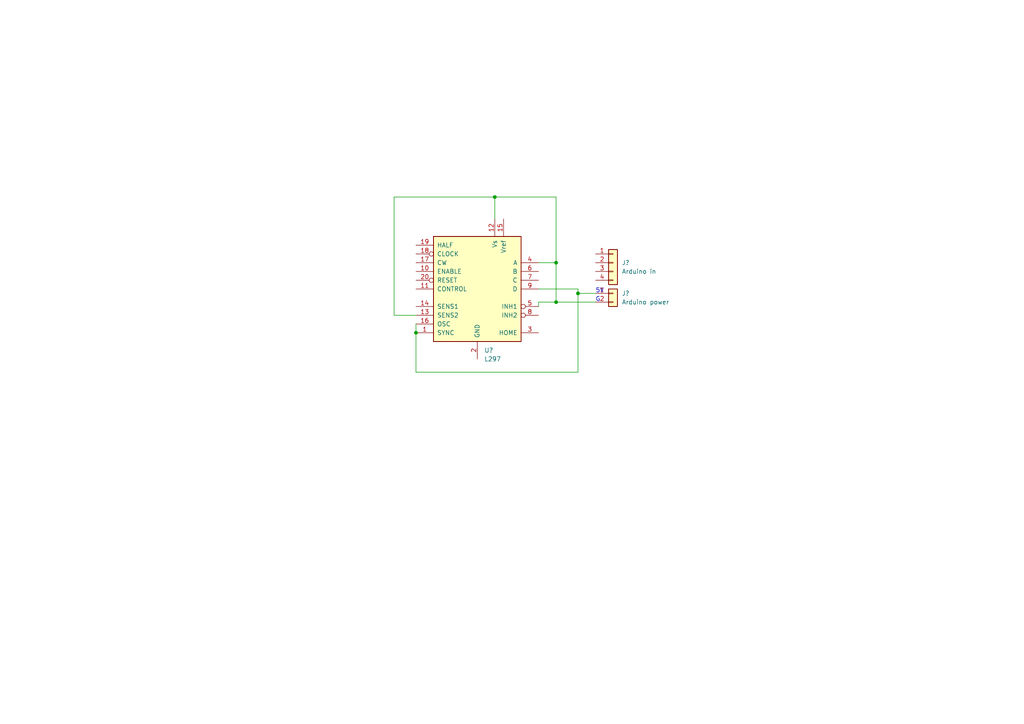
<source format=kicad_sch>
(kicad_sch (version 20211123) (generator eeschema)
  (paper "A4")
  (lib_symbols
    (symbol "Connector_Generic:Conn_01x02" (pin_names (offset 1.016) hide)
      (property "Reference" "J" (at 0 2.54 0))
      (property "Value" "Conn_01x02" (at 0 -5.08 0))
      (symbol "Conn_01x02_1_1"
        (rectangle (start -1.27 -2.413) (end 0 -2.667) (stroke (width 0.1524)))
        (rectangle (start -1.27 0.127) (end 0 -0.127) (stroke (width 0.1524)))
        (rectangle (start -1.27 1.27) (end 1.27 -3.81) (stroke (width 0.254)) (fill (type background)))
        (pin passive line (at -5.08 0 0) (length 3.81) (name "Pin_1") (number "1"))
        (pin passive line (at -5.08 -2.54 0) (length 3.81) (name "Pin_2") (number "2"))
      )
    )
    (symbol "Connector_Generic:Conn_01x04" (pin_names (offset 1.016) hide)
      (property "Reference" "J" (at 0 5.08 0))
      (property "Value" "Conn_01x04" (at 0 -7.62 0))
      (symbol "Conn_01x04_1_1"
        (rectangle (start -1.27 -4.953) (end 0 -5.207) (stroke (width 0.1524)))
        (rectangle (start -1.27 -2.413) (end 0 -2.667) (stroke (width 0.1524)))
        (rectangle (start -1.27 0.127) (end 0 -0.127) (stroke (width 0.1524)))
        (rectangle (start -1.27 2.667) (end 0 2.413) (stroke (width 0.1524)))
        (rectangle (start -1.27 3.81) (end 1.27 -6.35) (stroke (width 0.254)) (fill (type background)))
        (pin passive line (at -5.08 2.54 0) (length 3.81) (name "Pin_1") (number "1"))
        (pin passive line (at -5.08 0 0) (length 3.81) (name "Pin_2") (number "2"))
        (pin passive line (at -5.08 -2.54 0) (length 3.81) (name "Pin_3") (number "3"))
        (pin passive line (at -5.08 -5.08 0) (length 3.81) (name "Pin_4") (number "4"))
      )
    )
    (symbol "Driver_Motor:L297" (pin_names (offset 1.016))
      (property "Reference" "U" (at -6.35 19.05 0))
      (property "Value" "L297" (at -6.35 16.51 0))
      (symbol "L297_0_1"
        (rectangle (start -12.7 15.24) (end 12.7 -15.24) (stroke (width 0.254)) (fill (type background)))
      )
      (symbol "L297_1_0"
        (pin input line (at -17.78 0 0) (length 5.08) (name "CONTROL") (number "11"))
        (pin power_in line (at 5.08 20.32 270) (length 5.08) (name "Vs") (number "12"))
        (pin input line (at -17.78 -7.62 0) (length 5.08) (name "SENS2") (number "13"))
        (pin input line (at -17.78 -5.08 0) (length 5.08) (name "SENS1") (number "14"))
        (pin input line (at 7.62 20.32 270) (length 5.08) (name "Vref") (number "15"))
        (pin input line (at -17.78 -10.16 0) (length 5.08) (name "OSC") (number "16"))
        (pin input line (at -17.78 7.62 0) (length 5.08) (name "CW") (number "17"))
        (pin input inverted (at -17.78 10.16 0) (length 5.08) (name "CLOCK") (number "18"))
        (pin input line (at -17.78 12.7 0) (length 5.08) (name "HALF") (number "19"))
        (pin input inverted (at -17.78 2.54 0) (length 5.08) (name "RESET") (number "20"))
      )
      (symbol "L297_1_1"
        (pin bidirectional line (at -17.78 -12.7 0) (length 5.08) (name "SYNC") (number "1"))
        (pin input line (at -17.78 5.08 0) (length 5.08) (name "ENABLE") (number "10"))
        (pin power_in line (at 0 -20.32 90) (length 5.08) (name "GND") (number "2"))
        (pin open_collector line (at 17.78 -12.7 180) (length 5.08) (name "HOME") (number "3"))
        (pin output line (at 17.78 7.62 180) (length 5.08) (name "A") (number "4"))
        (pin output inverted (at 17.78 -5.08 180) (length 5.08) (name "INH1") (number "5"))
        (pin output line (at 17.78 5.08 180) (length 5.08) (name "B") (number "6"))
        (pin output line (at 17.78 2.54 180) (length 5.08) (name "C") (number "7"))
        (pin output inverted (at 17.78 -7.62 180) (length 5.08) (name "INH2") (number "8"))
        (pin output line (at 17.78 0 180) (length 5.08) (name "D") (number "9"))
      )
    )
  )
  (junction (at 120.65 96.52))
  (junction (at 161.29 76.2))
  (junction (at 143.51 57.15))
  (junction (at 167.64 85.09))
  (junction (at 161.29 87.63))
  (wire (pts (xy 156.21 83.82) (xy 167.64 83.82)))
  (wire (pts (xy 120.65 107.95) (xy 120.65 96.52)))
  (wire (pts (xy 120.65 91.44) (xy 114.3 91.44)))
  (wire (pts (xy 156.21 87.63) (xy 156.21 88.9)))
  (wire (pts (xy 120.65 93.98) (xy 120.65 96.52)))
  (wire (pts (xy 167.64 83.82) (xy 167.64 85.09)))
  (wire (pts (xy 114.3 57.15) (xy 143.51 57.15)))
  (wire (pts (xy 161.29 57.15) (xy 161.29 76.2)))
  (wire (pts (xy 167.64 85.09) (xy 172.72 85.09)))
  (wire (pts (xy 161.29 76.2) (xy 161.29 87.63)))
  (wire (pts (xy 161.29 87.63) (xy 156.21 87.63)))
  (wire (pts (xy 143.51 57.15) (xy 161.29 57.15)))
  (wire (pts (xy 167.64 85.09) (xy 167.64 107.95)))
  (wire (pts (xy 143.51 57.15) (xy 143.51 63.5)))
  (wire (pts (xy 172.72 87.63) (xy 161.29 87.63)))
  (wire (pts (xy 114.3 91.44) (xy 114.3 57.15)))
  (wire (pts (xy 156.21 76.2) (xy 161.29 76.2)))
  (wire (pts (xy 167.64 107.95) (xy 120.65 107.95)))
  (text "5V" (at 172.72 85.09 0) (effects (font (size 1.27 1.27)) (justify left bottom)))
  (text "G" (at 172.72 87.63 0) (effects (font (size 1.27 1.27)) (justify left bottom)))
  (symbol (lib_id "Driver_Motor:L297") (at 138.43 83.82 0) (unit 1)
    (property "Reference" "U?" (at 140.4494 101.6 0) (effects (justify left)))
    (property "Value" "L297" (at 140.4494 104.14 0) (effects (justify left)))
    (property "Datasheet" "www.st.com/resource/en/datasheet/cd00000063.pdf" (effects hide))
  )
  (symbol (lib_id "Connector_Generic:Conn_01x02") (at 177.8 85.09 0) (unit 1)
    (property "Reference" "J?" (at 180.34 85.0899 0) (effects (justify left)))
    (property "Value" "Arduino power " (at 180.34 87.6299 0) (effects (justify left)))
  )
  (symbol (lib_id "Connector_Generic:Conn_01x04") (at 177.8 76.2 0) (unit 1)
    (property "Reference" "J?" (at 180.34 76.1999 0) (effects (justify left)))
    (property "Value" "Arduino in" (at 180.34 78.7399 0) (effects (justify left)))
  )
)
</source>
